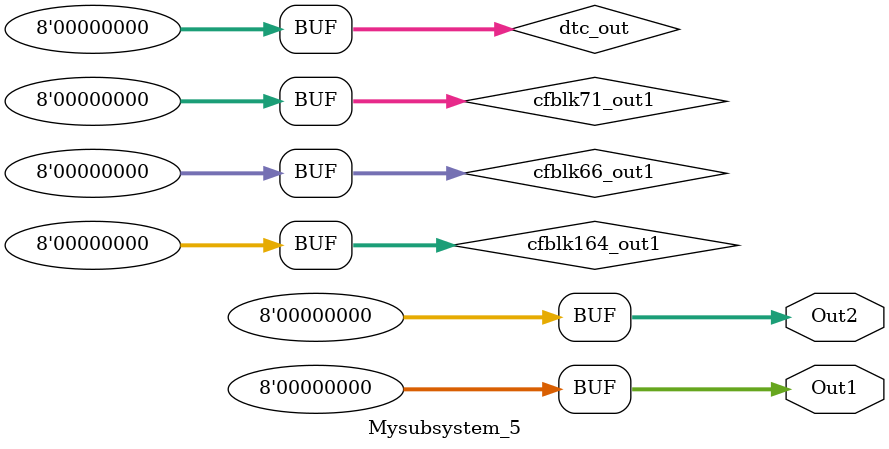
<source format=v>



`timescale 1 ns / 1 ns

module Mysubsystem_5
          (Out1,
           Out2);


  output  [7:0] Out1;  // uint8
  output  [7:0] Out2;  // uint8


  wire [7:0] cfblk164_out1;  // uint8
  wire [7:0] cfblk71_out1;  // uint8
  wire [7:0] dtc_out;  // ufix8
  wire [7:0] cfblk66_out1;  // uint8


  assign cfblk164_out1 = 8'b00000000;



  assign cfblk71_out1 = (cfblk164_out1 > 8'b00000000 ? 8'b00000001 :
              8'b00000000);



  assign Out1 = cfblk71_out1;

  assign dtc_out = cfblk71_out1;



  assign cfblk66_out1 = dtc_out;



  assign Out2 = cfblk66_out1;

endmodule  // Mysubsystem_5


</source>
